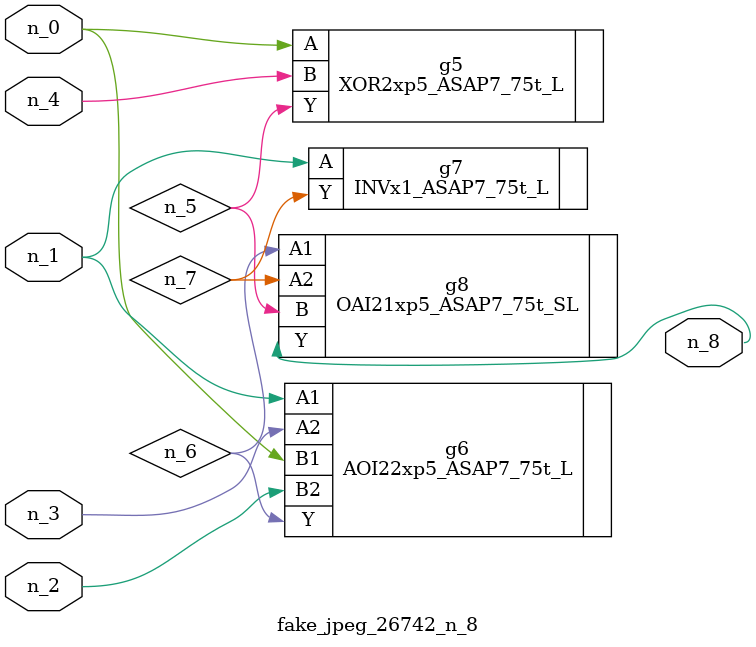
<source format=v>
module fake_jpeg_26742_n_8 (n_3, n_2, n_1, n_0, n_4, n_8);

input n_3;
input n_2;
input n_1;
input n_0;
input n_4;

output n_8;

wire n_6;
wire n_5;
wire n_7;

XOR2xp5_ASAP7_75t_L g5 ( 
.A(n_0),
.B(n_4),
.Y(n_5)
);

AOI22xp5_ASAP7_75t_L g6 ( 
.A1(n_1),
.A2(n_3),
.B1(n_0),
.B2(n_2),
.Y(n_6)
);

INVx1_ASAP7_75t_L g7 ( 
.A(n_1),
.Y(n_7)
);

OAI21xp5_ASAP7_75t_SL g8 ( 
.A1(n_6),
.A2(n_7),
.B(n_5),
.Y(n_8)
);


endmodule
</source>
